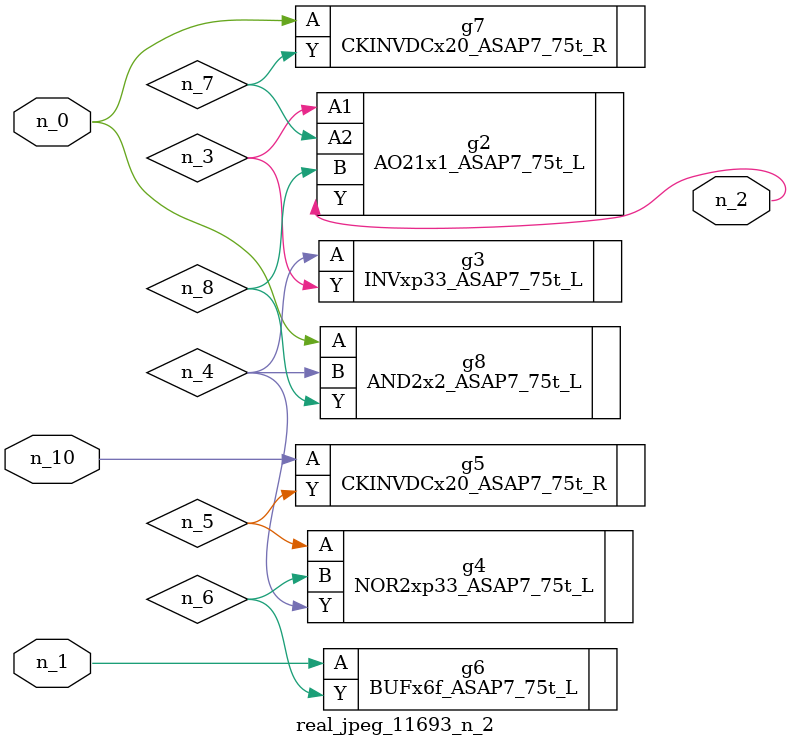
<source format=v>
module real_jpeg_11693_n_2 (n_1, n_10, n_0, n_2);

input n_1;
input n_10;
input n_0;

output n_2;

wire n_5;
wire n_4;
wire n_8;
wire n_6;
wire n_7;
wire n_3;

CKINVDCx20_ASAP7_75t_R g7 ( 
.A(n_0),
.Y(n_7)
);

AND2x2_ASAP7_75t_L g8 ( 
.A(n_0),
.B(n_4),
.Y(n_8)
);

BUFx6f_ASAP7_75t_L g6 ( 
.A(n_1),
.Y(n_6)
);

AO21x1_ASAP7_75t_L g2 ( 
.A1(n_3),
.A2(n_7),
.B(n_8),
.Y(n_2)
);

INVxp33_ASAP7_75t_L g3 ( 
.A(n_4),
.Y(n_3)
);

NOR2xp33_ASAP7_75t_L g4 ( 
.A(n_5),
.B(n_6),
.Y(n_4)
);

CKINVDCx20_ASAP7_75t_R g5 ( 
.A(n_10),
.Y(n_5)
);


endmodule
</source>
